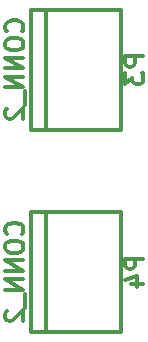
<source format=gbo>
G04 (created by PCBNEW (2013-may-18)-stable) date jeu 02 jun 2016 15:56:37 CEST*
%MOIN*%
G04 Gerber Fmt 3.4, Leading zero omitted, Abs format*
%FSLAX34Y34*%
G01*
G70*
G90*
G04 APERTURE LIST*
%ADD10C,0.00590551*%
%ADD11C,0.012*%
G04 APERTURE END LIST*
G54D10*
G54D11*
X30500Y-15250D02*
X30500Y-19250D01*
X30000Y-15250D02*
X33000Y-15250D01*
X33000Y-15250D02*
X33000Y-19250D01*
X33000Y-19250D02*
X30000Y-19250D01*
X30000Y-19250D02*
X30000Y-15250D01*
X30500Y-22000D02*
X30500Y-26000D01*
X30000Y-22000D02*
X33000Y-22000D01*
X33000Y-22000D02*
X33000Y-26000D01*
X33000Y-26000D02*
X30000Y-26000D01*
X30000Y-26000D02*
X30000Y-22000D01*
X33742Y-16807D02*
X33142Y-16807D01*
X33142Y-17035D01*
X33171Y-17092D01*
X33200Y-17121D01*
X33257Y-17150D01*
X33342Y-17150D01*
X33400Y-17121D01*
X33428Y-17092D01*
X33457Y-17035D01*
X33457Y-16807D01*
X33142Y-17350D02*
X33142Y-17721D01*
X33371Y-17521D01*
X33371Y-17607D01*
X33400Y-17664D01*
X33428Y-17692D01*
X33485Y-17721D01*
X33628Y-17721D01*
X33685Y-17692D01*
X33714Y-17664D01*
X33742Y-17607D01*
X33742Y-17435D01*
X33714Y-17378D01*
X33685Y-17350D01*
X29685Y-15978D02*
X29714Y-15950D01*
X29742Y-15864D01*
X29742Y-15807D01*
X29714Y-15721D01*
X29657Y-15664D01*
X29600Y-15635D01*
X29485Y-15607D01*
X29400Y-15607D01*
X29285Y-15635D01*
X29228Y-15664D01*
X29171Y-15721D01*
X29142Y-15807D01*
X29142Y-15864D01*
X29171Y-15950D01*
X29200Y-15978D01*
X29142Y-16350D02*
X29142Y-16464D01*
X29171Y-16521D01*
X29228Y-16578D01*
X29342Y-16607D01*
X29542Y-16607D01*
X29657Y-16578D01*
X29714Y-16521D01*
X29742Y-16464D01*
X29742Y-16350D01*
X29714Y-16292D01*
X29657Y-16235D01*
X29542Y-16207D01*
X29342Y-16207D01*
X29228Y-16235D01*
X29171Y-16292D01*
X29142Y-16350D01*
X29742Y-16864D02*
X29142Y-16864D01*
X29742Y-17207D01*
X29142Y-17207D01*
X29742Y-17492D02*
X29142Y-17492D01*
X29742Y-17835D01*
X29142Y-17835D01*
X29800Y-17978D02*
X29800Y-18435D01*
X29200Y-18550D02*
X29171Y-18578D01*
X29142Y-18635D01*
X29142Y-18778D01*
X29171Y-18835D01*
X29200Y-18864D01*
X29257Y-18892D01*
X29314Y-18892D01*
X29400Y-18864D01*
X29742Y-18521D01*
X29742Y-18892D01*
X33742Y-23557D02*
X33142Y-23557D01*
X33142Y-23785D01*
X33171Y-23842D01*
X33200Y-23871D01*
X33257Y-23900D01*
X33342Y-23900D01*
X33400Y-23871D01*
X33428Y-23842D01*
X33457Y-23785D01*
X33457Y-23557D01*
X33342Y-24414D02*
X33742Y-24414D01*
X33114Y-24271D02*
X33542Y-24128D01*
X33542Y-24500D01*
X29685Y-22728D02*
X29714Y-22700D01*
X29742Y-22614D01*
X29742Y-22557D01*
X29714Y-22471D01*
X29657Y-22414D01*
X29600Y-22385D01*
X29485Y-22357D01*
X29400Y-22357D01*
X29285Y-22385D01*
X29228Y-22414D01*
X29171Y-22471D01*
X29142Y-22557D01*
X29142Y-22614D01*
X29171Y-22700D01*
X29200Y-22728D01*
X29142Y-23100D02*
X29142Y-23214D01*
X29171Y-23271D01*
X29228Y-23328D01*
X29342Y-23357D01*
X29542Y-23357D01*
X29657Y-23328D01*
X29714Y-23271D01*
X29742Y-23214D01*
X29742Y-23100D01*
X29714Y-23042D01*
X29657Y-22985D01*
X29542Y-22957D01*
X29342Y-22957D01*
X29228Y-22985D01*
X29171Y-23042D01*
X29142Y-23100D01*
X29742Y-23614D02*
X29142Y-23614D01*
X29742Y-23957D01*
X29142Y-23957D01*
X29742Y-24242D02*
X29142Y-24242D01*
X29742Y-24585D01*
X29142Y-24585D01*
X29800Y-24728D02*
X29800Y-25185D01*
X29200Y-25300D02*
X29171Y-25328D01*
X29142Y-25385D01*
X29142Y-25528D01*
X29171Y-25585D01*
X29200Y-25614D01*
X29257Y-25642D01*
X29314Y-25642D01*
X29400Y-25614D01*
X29742Y-25271D01*
X29742Y-25642D01*
M02*

</source>
